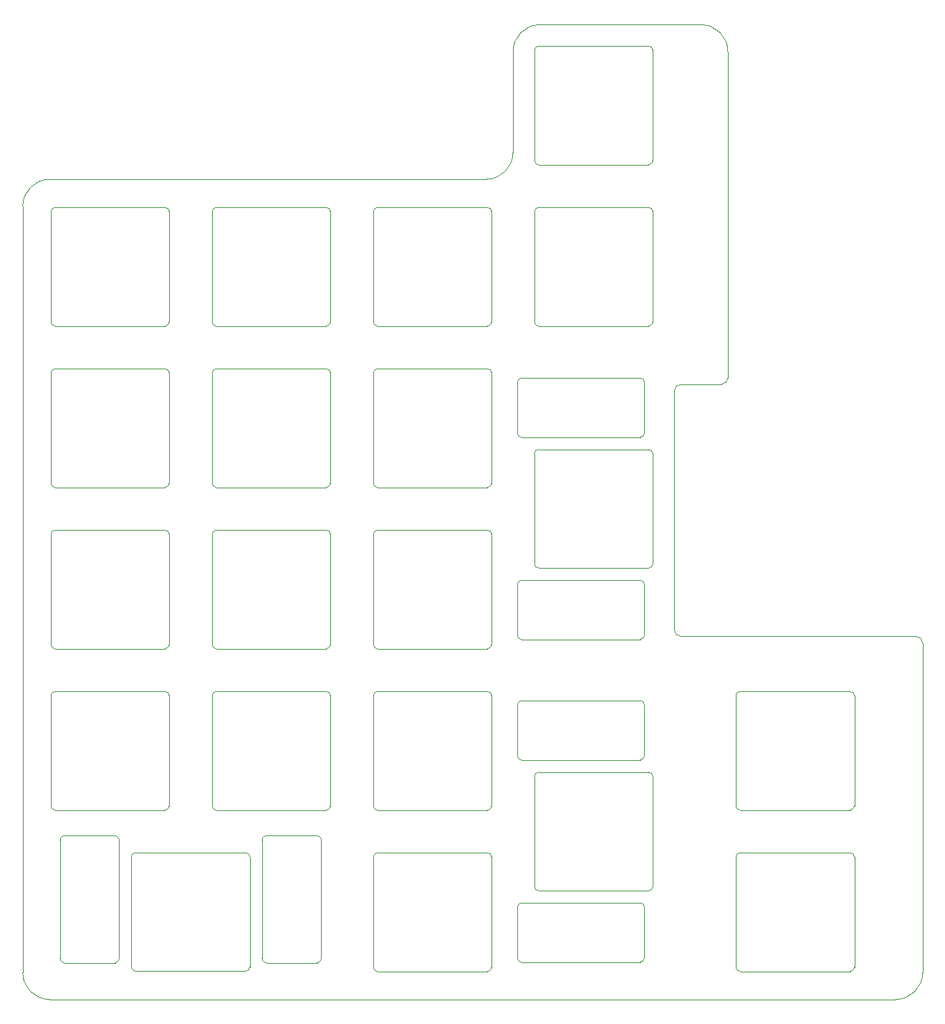
<source format=gm1>
%TF.GenerationSoftware,KiCad,Pcbnew,(5.1.10)-1*%
%TF.CreationDate,2022-01-15T23:13:10-05:00*%
%TF.ProjectId,numpad - plate,6e756d70-6164-4202-9d20-706c6174652e,rev?*%
%TF.SameCoordinates,Original*%
%TF.FileFunction,Profile,NP*%
%FSLAX46Y46*%
G04 Gerber Fmt 4.6, Leading zero omitted, Abs format (unit mm)*
G04 Created by KiCad (PCBNEW (5.1.10)-1) date 2022-01-15 23:13:10*
%MOMM*%
%LPD*%
G01*
G04 APERTURE LIST*
%TA.AperFunction,Profile*%
%ADD10C,0.050000*%
%TD*%
G04 APERTURE END LIST*
D10*
X155565200Y-103577850D02*
X155565200Y-131754200D01*
X161914800Y-101990450D02*
X161914800Y-63496000D01*
X184932100Y-172232900D02*
X184932100Y-133341600D01*
X81751100Y-175407700D02*
X181757300Y-175407700D01*
X184138400Y-132547900D02*
X156358900Y-132547900D01*
X82395000Y-81896500D02*
X95394999Y-81896500D01*
X95894999Y-95396500D02*
G75*
G02*
X95394999Y-95896500I-500000J0D01*
G01*
X82395000Y-95896500D02*
X95394999Y-95896500D01*
X95894999Y-82396500D02*
X95894999Y-95396500D01*
X81895000Y-82396500D02*
G75*
G02*
X82395000Y-81896500I500000J0D01*
G01*
X95394999Y-81896500D02*
G75*
G02*
X95894999Y-82396500I0J-500000D01*
G01*
X82395000Y-95896500D02*
G75*
G02*
X81895000Y-95396500I0J500000D01*
G01*
X81895000Y-82396500D02*
X81895000Y-95396500D01*
X95394999Y-100946500D02*
G75*
G02*
X95894999Y-101446500I0J-500000D01*
G01*
X81895000Y-101446500D02*
X81895000Y-114446500D01*
X82395000Y-114946500D02*
X95394999Y-114946500D01*
X114445000Y-100946500D02*
G75*
G02*
X114945000Y-101446500I0J-500000D01*
G01*
X82395000Y-100946500D02*
X95394999Y-100946500D01*
X81895000Y-101446500D02*
G75*
G02*
X82395000Y-100946500I500000J0D01*
G01*
X119995000Y-101446500D02*
G75*
G02*
X120495000Y-100946500I500000J0D01*
G01*
X133495000Y-100946500D02*
G75*
G02*
X133995000Y-101446500I0J-500000D01*
G01*
X100945000Y-101446500D02*
X100945000Y-114446500D01*
X82395000Y-114946500D02*
G75*
G02*
X81895000Y-114446500I0J500000D01*
G01*
X95894999Y-101446500D02*
X95894999Y-114446500D01*
X120495000Y-114946500D02*
X133495000Y-114946500D01*
X114945000Y-101446500D02*
X114945000Y-114446500D01*
X101445000Y-114946500D02*
G75*
G02*
X100945000Y-114446500I0J500000D01*
G01*
X100945000Y-101446500D02*
G75*
G02*
X101445000Y-100946500I500000J0D01*
G01*
X120495000Y-100946500D02*
X133495000Y-100946500D01*
X133995000Y-101446500D02*
X133995000Y-114446500D01*
X101445000Y-114946500D02*
X114445000Y-114946500D01*
X101445000Y-100946500D02*
X114445000Y-100946500D01*
X119995000Y-101446500D02*
X119995000Y-114446500D01*
X133995000Y-114446500D02*
G75*
G02*
X133495000Y-114946500I-500000J0D01*
G01*
X120495000Y-114946500D02*
G75*
G02*
X119995000Y-114446500I0J500000D01*
G01*
X114945000Y-114446500D02*
G75*
G02*
X114445000Y-114946500I-500000J0D01*
G01*
X95894999Y-114446500D02*
G75*
G02*
X95394999Y-114946500I-500000J0D01*
G01*
X133995000Y-139546500D02*
X133995000Y-152546500D01*
X114945000Y-139546500D02*
X114945000Y-152546500D01*
X100945000Y-139546500D02*
X100945000Y-152546500D01*
X114945000Y-152546500D02*
G75*
G02*
X114445000Y-153046500I-500000J0D01*
G01*
X101445000Y-153046500D02*
X114445000Y-153046500D01*
X101445000Y-153046500D02*
G75*
G02*
X100945000Y-152546500I0J500000D01*
G01*
X120495000Y-153046500D02*
G75*
G02*
X119995000Y-152546500I0J500000D01*
G01*
X120495000Y-153046500D02*
X133495000Y-153046500D01*
X119995000Y-139546500D02*
X119995000Y-152546500D01*
X133995000Y-152546500D02*
G75*
G02*
X133495000Y-153046500I-500000J0D01*
G01*
X120495000Y-139046500D02*
X133495000Y-139046500D01*
X114445000Y-139046500D02*
G75*
G02*
X114945000Y-139546500I0J-500000D01*
G01*
X119995000Y-139546500D02*
G75*
G02*
X120495000Y-139046500I500000J0D01*
G01*
X100945000Y-139546500D02*
G75*
G02*
X101445000Y-139046500I500000J0D01*
G01*
X133495000Y-139046500D02*
G75*
G02*
X133995000Y-139546500I0J-500000D01*
G01*
X95894999Y-152546500D02*
G75*
G02*
X95394999Y-153046500I-500000J0D01*
G01*
X82395000Y-153046500D02*
G75*
G02*
X81895000Y-152546500I0J500000D01*
G01*
X114945000Y-133496500D02*
G75*
G02*
X114445000Y-133996500I-500000J0D01*
G01*
X114945000Y-120496500D02*
X114945000Y-133496500D01*
X100945000Y-120496500D02*
X100945000Y-133496500D01*
X81895000Y-139546500D02*
G75*
G02*
X82395000Y-139046500I500000J0D01*
G01*
X120495000Y-133996500D02*
G75*
G02*
X119995000Y-133496500I0J500000D01*
G01*
X101445000Y-139046500D02*
X114445000Y-139046500D01*
X133495000Y-119996500D02*
G75*
G02*
X133995000Y-120496500I0J-500000D01*
G01*
X82395000Y-153046500D02*
X95394999Y-153046500D01*
X120495000Y-133996500D02*
X133495000Y-133996500D01*
X101445000Y-133996500D02*
G75*
G02*
X100945000Y-133496500I0J500000D01*
G01*
X114445000Y-119996500D02*
G75*
G02*
X114945000Y-120496500I0J-500000D01*
G01*
X133995000Y-133496500D02*
G75*
G02*
X133495000Y-133996500I-500000J0D01*
G01*
X119995000Y-120496500D02*
G75*
G02*
X120495000Y-119996500I500000J0D01*
G01*
X95394999Y-139046500D02*
G75*
G02*
X95894999Y-139546500I0J-500000D01*
G01*
X133995000Y-120496500D02*
X133995000Y-133496500D01*
X81895000Y-139546500D02*
X81895000Y-152546500D01*
X119995000Y-120496500D02*
X119995000Y-133496500D01*
X120495000Y-119996500D02*
X133495000Y-119996500D01*
X82395000Y-139046500D02*
X95394999Y-139046500D01*
X100945000Y-120496500D02*
G75*
G02*
X101445000Y-119996500I500000J0D01*
G01*
X95894999Y-139546500D02*
X95894999Y-152546500D01*
X101445000Y-133996500D02*
X114445000Y-133996500D01*
X95394999Y-119996500D02*
G75*
G02*
X95894999Y-120496500I0J-500000D01*
G01*
X82395000Y-133996500D02*
G75*
G02*
X81895000Y-133496500I0J500000D01*
G01*
X81895000Y-120496500D02*
X81895000Y-133496500D01*
X101445000Y-119996500D02*
X114445000Y-119996500D01*
X82395000Y-119996500D02*
X95394999Y-119996500D01*
X81895000Y-120496500D02*
G75*
G02*
X82395000Y-119996500I500000J0D01*
G01*
X95894999Y-120496500D02*
X95894999Y-133496500D01*
X95894999Y-133496500D02*
G75*
G02*
X95394999Y-133996500I-500000J0D01*
G01*
X82395000Y-133996500D02*
X95394999Y-133996500D01*
X114945000Y-95396500D02*
G75*
G02*
X114445000Y-95896500I-500000J0D01*
G01*
X101445000Y-81896500D02*
X114445000Y-81896500D01*
X101445000Y-95896500D02*
G75*
G02*
X100945000Y-95396500I0J500000D01*
G01*
X119995000Y-82396500D02*
X119995000Y-95396500D01*
X100945000Y-82396500D02*
X100945000Y-95396500D01*
X114945000Y-82396500D02*
X114945000Y-95396500D01*
X133995000Y-82396500D02*
X133995000Y-95396500D01*
X120495000Y-81896500D02*
X133495000Y-81896500D01*
X101445000Y-95896500D02*
X114445000Y-95896500D01*
X119995000Y-82396500D02*
G75*
G02*
X120495000Y-81896500I500000J0D01*
G01*
X100945000Y-82396500D02*
G75*
G02*
X101445000Y-81896500I500000J0D01*
G01*
X114445000Y-81896500D02*
G75*
G02*
X114945000Y-82396500I0J-500000D01*
G01*
X120495000Y-95896500D02*
X133495000Y-95896500D01*
X153045000Y-95396500D02*
G75*
G02*
X152545000Y-95896500I-500000J0D01*
G01*
X139545000Y-95896500D02*
G75*
G02*
X139045000Y-95396500I0J500000D01*
G01*
X152545000Y-81896500D02*
G75*
G02*
X153045000Y-82396500I0J-500000D01*
G01*
X139545000Y-95896500D02*
X152545000Y-95896500D01*
X139045000Y-82396500D02*
G75*
G02*
X139545000Y-81896500I500000J0D01*
G01*
X139545000Y-81896500D02*
X152545000Y-81896500D01*
X133995000Y-95396500D02*
G75*
G02*
X133495000Y-95896500I-500000J0D01*
G01*
X139045000Y-82396500D02*
X139045000Y-95396500D01*
X153045000Y-82396500D02*
X153045000Y-95396500D01*
X120495000Y-95896500D02*
G75*
G02*
X119995000Y-95396500I0J500000D01*
G01*
X133495000Y-81896500D02*
G75*
G02*
X133995000Y-82396500I0J-500000D01*
G01*
X139545000Y-76846199D02*
G75*
G02*
X139045000Y-76346199I0J500000D01*
G01*
X139045000Y-63346200D02*
X139045000Y-76346199D01*
X139545000Y-76846199D02*
X152545000Y-76846199D01*
X153045000Y-63346200D02*
X153045000Y-76346199D01*
X139545000Y-62846200D02*
X152545000Y-62846200D01*
X139045000Y-63346200D02*
G75*
G02*
X139545000Y-62846200I500000J0D01*
G01*
X153045000Y-76346199D02*
G75*
G02*
X152545000Y-76846199I-500000J0D01*
G01*
X152545000Y-62846200D02*
G75*
G02*
X153045000Y-63346200I0J-500000D01*
G01*
X176857500Y-152546500D02*
G75*
G02*
X176357500Y-153046500I-500000J0D01*
G01*
X163357500Y-172096500D02*
X176357500Y-172096500D01*
X162857500Y-158596500D02*
X162857500Y-171596500D01*
X176357500Y-158096500D02*
G75*
G02*
X176857500Y-158596500I0J-500000D01*
G01*
X176857500Y-171596500D02*
G75*
G02*
X176357500Y-172096500I-500000J0D01*
G01*
X162857500Y-158596500D02*
G75*
G02*
X163357500Y-158096500I500000J0D01*
G01*
X163357500Y-172096500D02*
G75*
G02*
X162857500Y-171596500I0J500000D01*
G01*
X176857500Y-158596500D02*
X176857500Y-171596500D01*
X163357500Y-158096500D02*
X176357500Y-158096500D01*
X163357500Y-153046500D02*
G75*
G02*
X162857500Y-152546500I0J500000D01*
G01*
X176857500Y-139546500D02*
X176857500Y-152546500D01*
X163357500Y-153046500D02*
X176357500Y-153046500D01*
X162857500Y-139546500D02*
G75*
G02*
X163357500Y-139046500I500000J0D01*
G01*
X176357500Y-139046500D02*
G75*
G02*
X176857500Y-139546500I0J-500000D01*
G01*
X163357500Y-139046500D02*
X176357500Y-139046500D01*
X162857500Y-139546500D02*
X162857500Y-152546500D01*
X120495000Y-158096500D02*
X133495000Y-158096500D01*
X133995000Y-158596500D02*
X133995000Y-171596500D01*
X119995000Y-158596500D02*
X119995000Y-171596500D01*
X133995000Y-171596500D02*
G75*
G02*
X133495000Y-172096500I-500000J0D01*
G01*
X133495000Y-158096500D02*
G75*
G02*
X133995000Y-158596500I0J-500000D01*
G01*
X120495000Y-172096500D02*
G75*
G02*
X119995000Y-171596500I0J500000D01*
G01*
X120495000Y-172096500D02*
X133495000Y-172096500D01*
X119995000Y-158596500D02*
G75*
G02*
X120495000Y-158096500I500000J0D01*
G01*
X91917600Y-172082700D02*
G75*
G02*
X91417600Y-171582700I0J500000D01*
G01*
X91417600Y-158582700D02*
G75*
G02*
X91917600Y-158082700I500000J0D01*
G01*
X105417600Y-171582700D02*
X105417600Y-158582700D01*
X104917600Y-172082700D02*
X91917600Y-172082700D01*
X91417600Y-171582700D02*
X91417600Y-158582700D01*
X105417600Y-171582700D02*
G75*
G02*
X104917600Y-172082700I-500000J0D01*
G01*
X104917600Y-158082700D02*
X91917600Y-158082700D01*
X104917600Y-158082700D02*
G75*
G02*
X105417600Y-158582700I0J-500000D01*
G01*
X139045000Y-149071500D02*
X139045000Y-162071500D01*
X153045000Y-149071500D02*
X153045000Y-162071500D01*
X139545000Y-162571500D02*
G75*
G02*
X139045000Y-162071500I0J500000D01*
G01*
X139045000Y-149071500D02*
G75*
G02*
X139545000Y-148571500I500000J0D01*
G01*
X152545000Y-162571500D02*
X139545000Y-162571500D01*
X152545000Y-148571500D02*
G75*
G02*
X153045000Y-149071500I0J-500000D01*
G01*
X152545000Y-148571500D02*
X139545000Y-148571500D01*
X153045000Y-162071500D02*
G75*
G02*
X152545000Y-162571500I-500000J0D01*
G01*
X139045000Y-110971500D02*
G75*
G02*
X139545000Y-110471500I500000J0D01*
G01*
X153045000Y-123971500D02*
G75*
G02*
X152545000Y-124471500I-500000J0D01*
G01*
X153045000Y-110971500D02*
X153045000Y-123971500D01*
X152545000Y-124471500D02*
X139545000Y-124471500D01*
X139545000Y-124471500D02*
G75*
G02*
X139045000Y-123971500I0J500000D01*
G01*
X139045000Y-110971500D02*
X139045000Y-123971500D01*
X152545000Y-110471500D02*
G75*
G02*
X153045000Y-110971500I0J-500000D01*
G01*
X152545000Y-110471500D02*
X139545000Y-110471500D01*
X139691200Y-60321200D02*
X158740000Y-60321200D01*
X156358900Y-102784150D02*
X161121100Y-102784150D01*
X158740000Y-60321200D02*
G75*
G02*
X161914800Y-63496000I0J-3174800D01*
G01*
X161914800Y-101990450D02*
G75*
G02*
X161121100Y-102784150I-793700J0D01*
G01*
X155565200Y-103577850D02*
G75*
G02*
X156358900Y-102784150I793700J0D01*
G01*
X184138400Y-132547900D02*
G75*
G02*
X184932100Y-133341600I0J-793700D01*
G01*
X156358900Y-132547900D02*
G75*
G02*
X155565200Y-131754200I0J793700D01*
G01*
X106855600Y-156582700D02*
G75*
G02*
X107355600Y-156082700I500000J0D01*
G01*
X113355601Y-156082700D02*
G75*
G02*
X113855601Y-156582700I0J-500000D01*
G01*
X107355600Y-171082700D02*
G75*
G02*
X106855600Y-170582700I0J500000D01*
G01*
X113855601Y-170582700D02*
G75*
G02*
X113355601Y-171082700I-500000J0D01*
G01*
X106855600Y-170582700D02*
X106855600Y-156582700D01*
X113855601Y-170582700D02*
X113855601Y-156582700D01*
X113355601Y-156082700D02*
X107355600Y-156082700D01*
X113355601Y-171082700D02*
X107355600Y-171082700D01*
X82979600Y-156582700D02*
G75*
G02*
X83479600Y-156082700I500000J0D01*
G01*
X89479600Y-156082700D02*
G75*
G02*
X89979600Y-156582700I0J-500000D01*
G01*
X83479600Y-171082700D02*
G75*
G02*
X82979600Y-170582700I0J500000D01*
G01*
X89979600Y-170582700D02*
G75*
G02*
X89479600Y-171082700I-500000J0D01*
G01*
X82979600Y-170582700D02*
X82979600Y-156582700D01*
X89979600Y-170582700D02*
X89979600Y-156582700D01*
X89479600Y-156082700D02*
X83479600Y-156082700D01*
X89479600Y-171082700D02*
X83479600Y-171082700D01*
X137545000Y-147133500D02*
G75*
G02*
X137045000Y-146633500I0J500000D01*
G01*
X137045000Y-140633500D02*
G75*
G02*
X137545000Y-140133500I500000J0D01*
G01*
X152045000Y-146633500D02*
G75*
G02*
X151545000Y-147133500I-500000J0D01*
G01*
X151545000Y-140133500D02*
G75*
G02*
X152045000Y-140633500I0J-500000D01*
G01*
X151545000Y-147133500D02*
X137545000Y-147133500D01*
X151545000Y-140133500D02*
X137545000Y-140133500D01*
X137045000Y-140633500D02*
X137045000Y-146633500D01*
X152045000Y-140633500D02*
X152045000Y-146633500D01*
X137545000Y-171009500D02*
G75*
G02*
X137045000Y-170509500I0J500000D01*
G01*
X137045000Y-164509500D02*
G75*
G02*
X137545000Y-164009500I500000J0D01*
G01*
X152045000Y-170509500D02*
G75*
G02*
X151545000Y-171009500I-500000J0D01*
G01*
X151545000Y-164009500D02*
G75*
G02*
X152045000Y-164509500I0J-500000D01*
G01*
X151545000Y-171009500D02*
X137545000Y-171009500D01*
X151545000Y-164009500D02*
X137545000Y-164009500D01*
X137045000Y-164509500D02*
X137045000Y-170509500D01*
X152045000Y-164509500D02*
X152045000Y-170509500D01*
X137545000Y-109033500D02*
G75*
G02*
X137045000Y-108533500I0J500000D01*
G01*
X137045000Y-102533500D02*
G75*
G02*
X137545000Y-102033500I500000J0D01*
G01*
X152045000Y-108533500D02*
G75*
G02*
X151545000Y-109033500I-500000J0D01*
G01*
X151545000Y-102033500D02*
G75*
G02*
X152045000Y-102533500I0J-500000D01*
G01*
X151545000Y-109033500D02*
X137545000Y-109033500D01*
X151545000Y-102033500D02*
X137545000Y-102033500D01*
X137045000Y-102533500D02*
X137045000Y-108533500D01*
X152045000Y-102533500D02*
X152045000Y-108533500D01*
X137545000Y-132909500D02*
G75*
G02*
X137045000Y-132409500I0J500000D01*
G01*
X137045000Y-126409500D02*
G75*
G02*
X137545000Y-125909500I500000J0D01*
G01*
X152045000Y-132409500D02*
G75*
G02*
X151545000Y-132909500I-500000J0D01*
G01*
X151545000Y-125909500D02*
G75*
G02*
X152045000Y-126409500I0J-500000D01*
G01*
X151545000Y-132909500D02*
X137545000Y-132909500D01*
X151545000Y-125909500D02*
X137545000Y-125909500D01*
X137045000Y-126409500D02*
X137045000Y-132409500D01*
X152045000Y-126409500D02*
X152045000Y-132409500D01*
X78576300Y-81751100D02*
X78576300Y-172232900D01*
X133341600Y-78576300D02*
X81751100Y-78576300D01*
X136516400Y-63496000D02*
X136516400Y-75401500D01*
X136516400Y-63496000D02*
G75*
G02*
X139691200Y-60321200I3174800J0D01*
G01*
X136516400Y-75401500D02*
G75*
G02*
X133341600Y-78576300I-3174800J0D01*
G01*
X184932100Y-172232900D02*
G75*
G02*
X181757300Y-175407700I-3174800J0D01*
G01*
X81751100Y-175407700D02*
G75*
G02*
X78576300Y-172232900I0J3174800D01*
G01*
X78576300Y-81751100D02*
G75*
G02*
X81751100Y-78576300I3174800J0D01*
G01*
M02*

</source>
